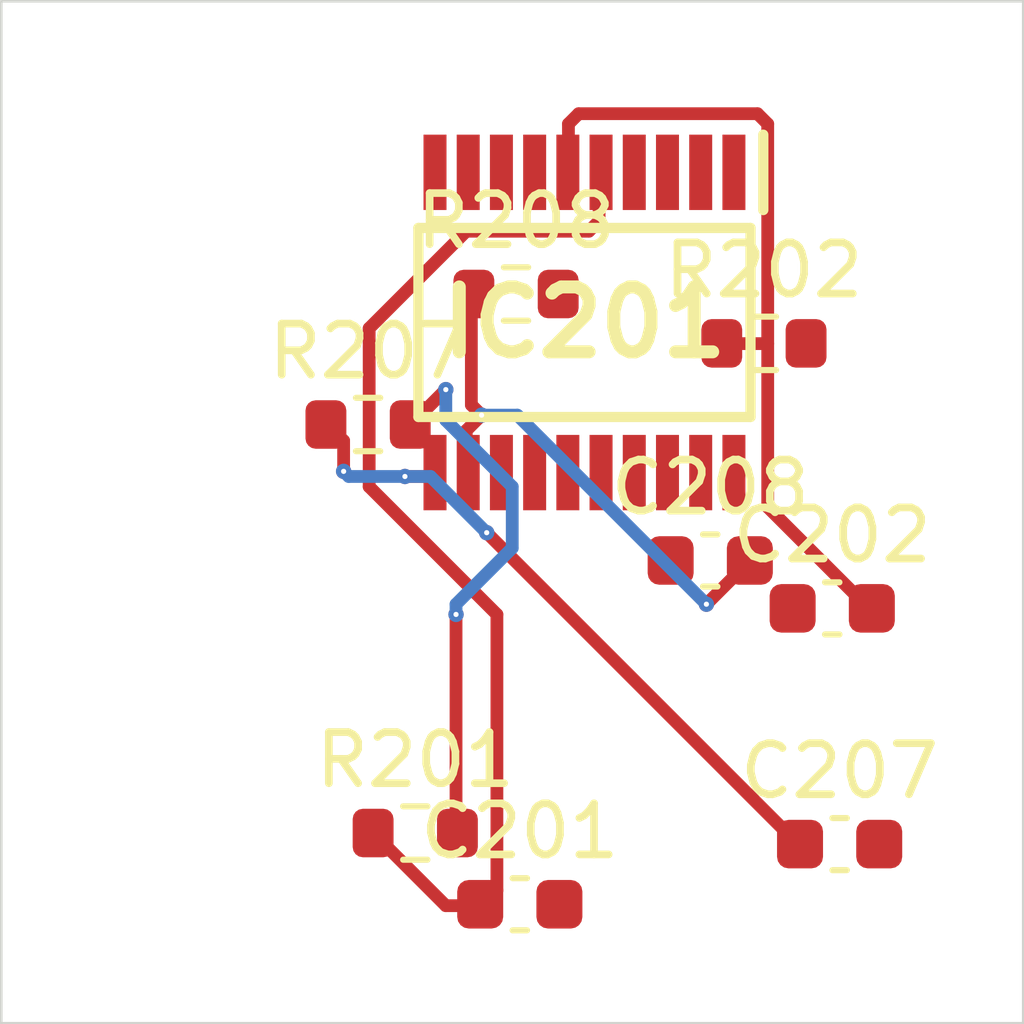
<source format=kicad_pcb>
 ( kicad_pcb  ( version 20171130 )
 ( host pcbnew 5.1.12-84ad8e8a86~92~ubuntu18.04.1 )
 ( general  ( thickness 1.6 )
 ( drawings 4 )
 ( tracks 0 )
 ( zones 0 )
 ( modules 9 )
 ( nets 19 )
)
 ( page A4 )
 ( layers  ( 0 F.Cu signal )
 ( 31 B.Cu signal )
 ( 32 B.Adhes user )
 ( 33 F.Adhes user )
 ( 34 B.Paste user )
 ( 35 F.Paste user )
 ( 36 B.SilkS user )
 ( 37 F.SilkS user )
 ( 38 B.Mask user )
 ( 39 F.Mask user )
 ( 40 Dwgs.User user )
 ( 41 Cmts.User user )
 ( 42 Eco1.User user )
 ( 43 Eco2.User user )
 ( 44 Edge.Cuts user )
 ( 45 Margin user )
 ( 46 B.CrtYd user )
 ( 47 F.CrtYd user )
 ( 48 B.Fab user )
 ( 49 F.Fab user )
)
 ( setup  ( last_trace_width 0.25 )
 ( trace_clearance 0.2 )
 ( zone_clearance 0.508 )
 ( zone_45_only no )
 ( trace_min 0.2 )
 ( via_size 0.8 )
 ( via_drill 0.4 )
 ( via_min_size 0.4 )
 ( via_min_drill 0.3 )
 ( uvia_size 0.3 )
 ( uvia_drill 0.1 )
 ( uvias_allowed no )
 ( uvia_min_size 0.2 )
 ( uvia_min_drill 0.1 )
 ( edge_width 0.05 )
 ( segment_width 0.2 )
 ( pcb_text_width 0.3 )
 ( pcb_text_size 1.5 1.5 )
 ( mod_edge_width 0.12 )
 ( mod_text_size 1 1 )
 ( mod_text_width 0.15 )
 ( pad_size 1.524 1.524 )
 ( pad_drill 0.762 )
 ( pad_to_mask_clearance 0 )
 ( aux_axis_origin 0 0 )
 ( visible_elements FFFFFF7F )
 ( pcbplotparams  ( layerselection 0x010fc_ffffffff )
 ( usegerberextensions false )
 ( usegerberattributes true )
 ( usegerberadvancedattributes true )
 ( creategerberjobfile true )
 ( excludeedgelayer true )
 ( linewidth 0.100000 )
 ( plotframeref false )
 ( viasonmask false )
 ( mode 1 )
 ( useauxorigin false )
 ( hpglpennumber 1 )
 ( hpglpenspeed 20 )
 ( hpglpendiameter 15.000000 )
 ( psnegative false )
 ( psa4output false )
 ( plotreference true )
 ( plotvalue true )
 ( plotinvisibletext false )
 ( padsonsilk false )
 ( subtractmaskfromsilk false )
 ( outputformat 1 )
 ( mirror false )
 ( drillshape 1 )
 ( scaleselection 1 )
 ( outputdirectory "" )
)
)
 ( net 0 "" )
 ( net 1 GND )
 ( net 2 /Sheet6235D886/ch0 )
 ( net 3 /Sheet6235D886/ch1 )
 ( net 4 /Sheet6235D886/ch2 )
 ( net 5 /Sheet6235D886/ch3 )
 ( net 6 /Sheet6235D886/ch4 )
 ( net 7 /Sheet6235D886/ch5 )
 ( net 8 /Sheet6235D886/ch6 )
 ( net 9 /Sheet6235D886/ch7 )
 ( net 10 VDD )
 ( net 11 VDDA )
 ( net 12 /Sheet6235D886/adc_csn )
 ( net 13 /Sheet6235D886/adc_sck )
 ( net 14 /Sheet6235D886/adc_sdi )
 ( net 15 /Sheet6235D886/adc_sdo )
 ( net 16 /Sheet6235D886/vp )
 ( net 17 /Sheet6248AD22/chn0 )
 ( net 18 /Sheet6248AD22/chn3 )
 ( net_class Default "This is the default net class."  ( clearance 0.2 )
 ( trace_width 0.25 )
 ( via_dia 0.8 )
 ( via_drill 0.4 )
 ( uvia_dia 0.3 )
 ( uvia_drill 0.1 )
 ( add_net /Sheet6235D886/adc_csn )
 ( add_net /Sheet6235D886/adc_sck )
 ( add_net /Sheet6235D886/adc_sdi )
 ( add_net /Sheet6235D886/adc_sdo )
 ( add_net /Sheet6235D886/ch0 )
 ( add_net /Sheet6235D886/ch1 )
 ( add_net /Sheet6235D886/ch2 )
 ( add_net /Sheet6235D886/ch3 )
 ( add_net /Sheet6235D886/ch4 )
 ( add_net /Sheet6235D886/ch5 )
 ( add_net /Sheet6235D886/ch6 )
 ( add_net /Sheet6235D886/ch7 )
 ( add_net /Sheet6235D886/vp )
 ( add_net /Sheet6248AD22/chn0 )
 ( add_net /Sheet6248AD22/chn3 )
 ( add_net GND )
 ( add_net VDD )
 ( add_net VDDA )
)
 ( module Capacitor_SMD:C_0603_1608Metric  ( layer F.Cu )
 ( tedit 5F68FEEE )
 ( tstamp 6234222D )
 ( at 90.148000 117.672000 )
 ( descr "Capacitor SMD 0603 (1608 Metric), square (rectangular) end terminal, IPC_7351 nominal, (Body size source: IPC-SM-782 page 76, https://www.pcb-3d.com/wordpress/wp-content/uploads/ipc-sm-782a_amendment_1_and_2.pdf), generated with kicad-footprint-generator" )
 ( tags capacitor )
 ( path /6235D887/623691C5 )
 ( attr smd )
 ( fp_text reference C201  ( at 0 -1.43 )
 ( layer F.SilkS )
 ( effects  ( font  ( size 1 1 )
 ( thickness 0.15 )
)
)
)
 ( fp_text value 0.1uF  ( at 0 1.43 )
 ( layer F.Fab )
 ( effects  ( font  ( size 1 1 )
 ( thickness 0.15 )
)
)
)
 ( fp_line  ( start -0.8 0.4 )
 ( end -0.8 -0.4 )
 ( layer F.Fab )
 ( width 0.1 )
)
 ( fp_line  ( start -0.8 -0.4 )
 ( end 0.8 -0.4 )
 ( layer F.Fab )
 ( width 0.1 )
)
 ( fp_line  ( start 0.8 -0.4 )
 ( end 0.8 0.4 )
 ( layer F.Fab )
 ( width 0.1 )
)
 ( fp_line  ( start 0.8 0.4 )
 ( end -0.8 0.4 )
 ( layer F.Fab )
 ( width 0.1 )
)
 ( fp_line  ( start -0.14058 -0.51 )
 ( end 0.14058 -0.51 )
 ( layer F.SilkS )
 ( width 0.12 )
)
 ( fp_line  ( start -0.14058 0.51 )
 ( end 0.14058 0.51 )
 ( layer F.SilkS )
 ( width 0.12 )
)
 ( fp_line  ( start -1.48 0.73 )
 ( end -1.48 -0.73 )
 ( layer F.CrtYd )
 ( width 0.05 )
)
 ( fp_line  ( start -1.48 -0.73 )
 ( end 1.48 -0.73 )
 ( layer F.CrtYd )
 ( width 0.05 )
)
 ( fp_line  ( start 1.48 -0.73 )
 ( end 1.48 0.73 )
 ( layer F.CrtYd )
 ( width 0.05 )
)
 ( fp_line  ( start 1.48 0.73 )
 ( end -1.48 0.73 )
 ( layer F.CrtYd )
 ( width 0.05 )
)
 ( fp_text user %R  ( at 0 0 )
 ( layer F.Fab )
 ( effects  ( font  ( size 0.4 0.4 )
 ( thickness 0.06 )
)
)
)
 ( pad 2 smd roundrect  ( at 0.775 0 )
 ( size 0.9 0.95 )
 ( layers F.Cu F.Mask F.Paste )
 ( roundrect_rratio 0.25 )
 ( net 1 GND )
)
 ( pad 1 smd roundrect  ( at -0.775 0 )
 ( size 0.9 0.95 )
 ( layers F.Cu F.Mask F.Paste )
 ( roundrect_rratio 0.25 )
 ( net 2 /Sheet6235D886/ch0 )
)
 ( model ${KISYS3DMOD}/Capacitor_SMD.3dshapes/C_0603_1608Metric.wrl  ( at  ( xyz 0 0 0 )
)
 ( scale  ( xyz 1 1 1 )
)
 ( rotate  ( xyz 0 0 0 )
)
)
)
 ( module Capacitor_SMD:C_0603_1608Metric  ( layer F.Cu )
 ( tedit 5F68FEEE )
 ( tstamp 6234223E )
 ( at 96.262600 111.881000 )
 ( descr "Capacitor SMD 0603 (1608 Metric), square (rectangular) end terminal, IPC_7351 nominal, (Body size source: IPC-SM-782 page 76, https://www.pcb-3d.com/wordpress/wp-content/uploads/ipc-sm-782a_amendment_1_and_2.pdf), generated with kicad-footprint-generator" )
 ( tags capacitor )
 ( path /6235D887/62369EE0 )
 ( attr smd )
 ( fp_text reference C202  ( at 0 -1.43 )
 ( layer F.SilkS )
 ( effects  ( font  ( size 1 1 )
 ( thickness 0.15 )
)
)
)
 ( fp_text value 0.1uF  ( at 0 1.43 )
 ( layer F.Fab )
 ( effects  ( font  ( size 1 1 )
 ( thickness 0.15 )
)
)
)
 ( fp_line  ( start 1.48 0.73 )
 ( end -1.48 0.73 )
 ( layer F.CrtYd )
 ( width 0.05 )
)
 ( fp_line  ( start 1.48 -0.73 )
 ( end 1.48 0.73 )
 ( layer F.CrtYd )
 ( width 0.05 )
)
 ( fp_line  ( start -1.48 -0.73 )
 ( end 1.48 -0.73 )
 ( layer F.CrtYd )
 ( width 0.05 )
)
 ( fp_line  ( start -1.48 0.73 )
 ( end -1.48 -0.73 )
 ( layer F.CrtYd )
 ( width 0.05 )
)
 ( fp_line  ( start -0.14058 0.51 )
 ( end 0.14058 0.51 )
 ( layer F.SilkS )
 ( width 0.12 )
)
 ( fp_line  ( start -0.14058 -0.51 )
 ( end 0.14058 -0.51 )
 ( layer F.SilkS )
 ( width 0.12 )
)
 ( fp_line  ( start 0.8 0.4 )
 ( end -0.8 0.4 )
 ( layer F.Fab )
 ( width 0.1 )
)
 ( fp_line  ( start 0.8 -0.4 )
 ( end 0.8 0.4 )
 ( layer F.Fab )
 ( width 0.1 )
)
 ( fp_line  ( start -0.8 -0.4 )
 ( end 0.8 -0.4 )
 ( layer F.Fab )
 ( width 0.1 )
)
 ( fp_line  ( start -0.8 0.4 )
 ( end -0.8 -0.4 )
 ( layer F.Fab )
 ( width 0.1 )
)
 ( fp_text user %R  ( at 0 0 )
 ( layer F.Fab )
 ( effects  ( font  ( size 0.4 0.4 )
 ( thickness 0.06 )
)
)
)
 ( pad 1 smd roundrect  ( at -0.775 0 )
 ( size 0.9 0.95 )
 ( layers F.Cu F.Mask F.Paste )
 ( roundrect_rratio 0.25 )
 ( net 1 GND )
)
 ( pad 2 smd roundrect  ( at 0.775 0 )
 ( size 0.9 0.95 )
 ( layers F.Cu F.Mask F.Paste )
 ( roundrect_rratio 0.25 )
 ( net 3 /Sheet6235D886/ch1 )
)
 ( model ${KISYS3DMOD}/Capacitor_SMD.3dshapes/C_0603_1608Metric.wrl  ( at  ( xyz 0 0 0 )
)
 ( scale  ( xyz 1 1 1 )
)
 ( rotate  ( xyz 0 0 0 )
)
)
)
 ( module Capacitor_SMD:C_0603_1608Metric  ( layer F.Cu )
 ( tedit 5F68FEEE )
 ( tstamp 62342293 )
 ( at 96.407200 116.495000 )
 ( descr "Capacitor SMD 0603 (1608 Metric), square (rectangular) end terminal, IPC_7351 nominal, (Body size source: IPC-SM-782 page 76, https://www.pcb-3d.com/wordpress/wp-content/uploads/ipc-sm-782a_amendment_1_and_2.pdf), generated with kicad-footprint-generator" )
 ( tags capacitor )
 ( path /6235D887/6238B3FE )
 ( attr smd )
 ( fp_text reference C207  ( at 0 -1.43 )
 ( layer F.SilkS )
 ( effects  ( font  ( size 1 1 )
 ( thickness 0.15 )
)
)
)
 ( fp_text value 0.1uF  ( at 0 1.43 )
 ( layer F.Fab )
 ( effects  ( font  ( size 1 1 )
 ( thickness 0.15 )
)
)
)
 ( fp_line  ( start -0.8 0.4 )
 ( end -0.8 -0.4 )
 ( layer F.Fab )
 ( width 0.1 )
)
 ( fp_line  ( start -0.8 -0.4 )
 ( end 0.8 -0.4 )
 ( layer F.Fab )
 ( width 0.1 )
)
 ( fp_line  ( start 0.8 -0.4 )
 ( end 0.8 0.4 )
 ( layer F.Fab )
 ( width 0.1 )
)
 ( fp_line  ( start 0.8 0.4 )
 ( end -0.8 0.4 )
 ( layer F.Fab )
 ( width 0.1 )
)
 ( fp_line  ( start -0.14058 -0.51 )
 ( end 0.14058 -0.51 )
 ( layer F.SilkS )
 ( width 0.12 )
)
 ( fp_line  ( start -0.14058 0.51 )
 ( end 0.14058 0.51 )
 ( layer F.SilkS )
 ( width 0.12 )
)
 ( fp_line  ( start -1.48 0.73 )
 ( end -1.48 -0.73 )
 ( layer F.CrtYd )
 ( width 0.05 )
)
 ( fp_line  ( start -1.48 -0.73 )
 ( end 1.48 -0.73 )
 ( layer F.CrtYd )
 ( width 0.05 )
)
 ( fp_line  ( start 1.48 -0.73 )
 ( end 1.48 0.73 )
 ( layer F.CrtYd )
 ( width 0.05 )
)
 ( fp_line  ( start 1.48 0.73 )
 ( end -1.48 0.73 )
 ( layer F.CrtYd )
 ( width 0.05 )
)
 ( fp_text user %R  ( at 0 0 )
 ( layer F.Fab )
 ( effects  ( font  ( size 0.4 0.4 )
 ( thickness 0.06 )
)
)
)
 ( pad 2 smd roundrect  ( at 0.775 0 )
 ( size 0.9 0.95 )
 ( layers F.Cu F.Mask F.Paste )
 ( roundrect_rratio 0.25 )
 ( net 1 GND )
)
 ( pad 1 smd roundrect  ( at -0.775 0 )
 ( size 0.9 0.95 )
 ( layers F.Cu F.Mask F.Paste )
 ( roundrect_rratio 0.25 )
 ( net 8 /Sheet6235D886/ch6 )
)
 ( model ${KISYS3DMOD}/Capacitor_SMD.3dshapes/C_0603_1608Metric.wrl  ( at  ( xyz 0 0 0 )
)
 ( scale  ( xyz 1 1 1 )
)
 ( rotate  ( xyz 0 0 0 )
)
)
)
 ( module Capacitor_SMD:C_0603_1608Metric  ( layer F.Cu )
 ( tedit 5F68FEEE )
 ( tstamp 623422A4 )
 ( at 93.875200 110.944000 )
 ( descr "Capacitor SMD 0603 (1608 Metric), square (rectangular) end terminal, IPC_7351 nominal, (Body size source: IPC-SM-782 page 76, https://www.pcb-3d.com/wordpress/wp-content/uploads/ipc-sm-782a_amendment_1_and_2.pdf), generated with kicad-footprint-generator" )
 ( tags capacitor )
 ( path /6235D887/6238B404 )
 ( attr smd )
 ( fp_text reference C208  ( at 0 -1.43 )
 ( layer F.SilkS )
 ( effects  ( font  ( size 1 1 )
 ( thickness 0.15 )
)
)
)
 ( fp_text value 0.1uF  ( at 0 1.43 )
 ( layer F.Fab )
 ( effects  ( font  ( size 1 1 )
 ( thickness 0.15 )
)
)
)
 ( fp_line  ( start 1.48 0.73 )
 ( end -1.48 0.73 )
 ( layer F.CrtYd )
 ( width 0.05 )
)
 ( fp_line  ( start 1.48 -0.73 )
 ( end 1.48 0.73 )
 ( layer F.CrtYd )
 ( width 0.05 )
)
 ( fp_line  ( start -1.48 -0.73 )
 ( end 1.48 -0.73 )
 ( layer F.CrtYd )
 ( width 0.05 )
)
 ( fp_line  ( start -1.48 0.73 )
 ( end -1.48 -0.73 )
 ( layer F.CrtYd )
 ( width 0.05 )
)
 ( fp_line  ( start -0.14058 0.51 )
 ( end 0.14058 0.51 )
 ( layer F.SilkS )
 ( width 0.12 )
)
 ( fp_line  ( start -0.14058 -0.51 )
 ( end 0.14058 -0.51 )
 ( layer F.SilkS )
 ( width 0.12 )
)
 ( fp_line  ( start 0.8 0.4 )
 ( end -0.8 0.4 )
 ( layer F.Fab )
 ( width 0.1 )
)
 ( fp_line  ( start 0.8 -0.4 )
 ( end 0.8 0.4 )
 ( layer F.Fab )
 ( width 0.1 )
)
 ( fp_line  ( start -0.8 -0.4 )
 ( end 0.8 -0.4 )
 ( layer F.Fab )
 ( width 0.1 )
)
 ( fp_line  ( start -0.8 0.4 )
 ( end -0.8 -0.4 )
 ( layer F.Fab )
 ( width 0.1 )
)
 ( fp_text user %R  ( at 0 0 )
 ( layer F.Fab )
 ( effects  ( font  ( size 0.4 0.4 )
 ( thickness 0.06 )
)
)
)
 ( pad 1 smd roundrect  ( at -0.775 0 )
 ( size 0.9 0.95 )
 ( layers F.Cu F.Mask F.Paste )
 ( roundrect_rratio 0.25 )
 ( net 1 GND )
)
 ( pad 2 smd roundrect  ( at 0.775 0 )
 ( size 0.9 0.95 )
 ( layers F.Cu F.Mask F.Paste )
 ( roundrect_rratio 0.25 )
 ( net 9 /Sheet6235D886/ch7 )
)
 ( model ${KISYS3DMOD}/Capacitor_SMD.3dshapes/C_0603_1608Metric.wrl  ( at  ( xyz 0 0 0 )
)
 ( scale  ( xyz 1 1 1 )
)
 ( rotate  ( xyz 0 0 0 )
)
)
)
 ( module MCP3564R-E_ST:SOP65P640X120-20N locked  ( layer F.Cu )
 ( tedit 623351C2 )
 ( tstamp 623423D6 )
 ( at 91.413300 106.286000 270.000000 )
 ( descr "20-Lead Plastic Thin Shrink Small Outline (ST) - 4.4mm body [TSSOP]" )
 ( tags "Integrated Circuit" )
 ( path /6235D887/6235E071 )
 ( attr smd )
 ( fp_text reference IC201  ( at 0 0 )
 ( layer F.SilkS )
 ( effects  ( font  ( size 1.27 1.27 )
 ( thickness 0.254 )
)
)
)
 ( fp_text value MCP3564R-E_ST  ( at 0 0 )
 ( layer F.SilkS )
hide  ( effects  ( font  ( size 1.27 1.27 )
 ( thickness 0.254 )
)
)
)
 ( fp_line  ( start -3.925 -3.55 )
 ( end 3.925 -3.55 )
 ( layer Dwgs.User )
 ( width 0.05 )
)
 ( fp_line  ( start 3.925 -3.55 )
 ( end 3.925 3.55 )
 ( layer Dwgs.User )
 ( width 0.05 )
)
 ( fp_line  ( start 3.925 3.55 )
 ( end -3.925 3.55 )
 ( layer Dwgs.User )
 ( width 0.05 )
)
 ( fp_line  ( start -3.925 3.55 )
 ( end -3.925 -3.55 )
 ( layer Dwgs.User )
 ( width 0.05 )
)
 ( fp_line  ( start -2.2 -3.25 )
 ( end 2.2 -3.25 )
 ( layer Dwgs.User )
 ( width 0.1 )
)
 ( fp_line  ( start 2.2 -3.25 )
 ( end 2.2 3.25 )
 ( layer Dwgs.User )
 ( width 0.1 )
)
 ( fp_line  ( start 2.2 3.25 )
 ( end -2.2 3.25 )
 ( layer Dwgs.User )
 ( width 0.1 )
)
 ( fp_line  ( start -2.2 3.25 )
 ( end -2.2 -3.25 )
 ( layer Dwgs.User )
 ( width 0.1 )
)
 ( fp_line  ( start -2.2 -2.6 )
 ( end -1.55 -3.25 )
 ( layer Dwgs.User )
 ( width 0.1 )
)
 ( fp_line  ( start -1.85 -3.25 )
 ( end 1.85 -3.25 )
 ( layer F.SilkS )
 ( width 0.2 )
)
 ( fp_line  ( start 1.85 -3.25 )
 ( end 1.85 3.25 )
 ( layer F.SilkS )
 ( width 0.2 )
)
 ( fp_line  ( start 1.85 3.25 )
 ( end -1.85 3.25 )
 ( layer F.SilkS )
 ( width 0.2 )
)
 ( fp_line  ( start -1.85 3.25 )
 ( end -1.85 -3.25 )
 ( layer F.SilkS )
 ( width 0.2 )
)
 ( fp_line  ( start -3.675 -3.5 )
 ( end -2.2 -3.5 )
 ( layer F.SilkS )
 ( width 0.2 )
)
 ( pad 1 smd rect  ( at -2.938 -2.925 )
 ( size 0.45 1.475 )
 ( layers F.Cu F.Mask F.Paste )
 ( net 11 VDDA )
)
 ( pad 2 smd rect  ( at -2.938 -2.275 )
 ( size 0.45 1.475 )
 ( layers F.Cu F.Mask F.Paste )
 ( net 1 GND )
)
 ( pad 3 smd rect  ( at -2.938 -1.625 )
 ( size 0.45 1.475 )
 ( layers F.Cu F.Mask F.Paste )
 ( net 1 GND )
)
 ( pad 4 smd rect  ( at -2.938 -0.975 )
 ( size 0.45 1.475 )
 ( layers F.Cu F.Mask F.Paste )
)
 ( pad 5 smd rect  ( at -2.938 -0.325 )
 ( size 0.45 1.475 )
 ( layers F.Cu F.Mask F.Paste )
 ( net 2 /Sheet6235D886/ch0 )
)
 ( pad 6 smd rect  ( at -2.938 0.325 )
 ( size 0.45 1.475 )
 ( layers F.Cu F.Mask F.Paste )
 ( net 3 /Sheet6235D886/ch1 )
)
 ( pad 7 smd rect  ( at -2.938 0.975 )
 ( size 0.45 1.475 )
 ( layers F.Cu F.Mask F.Paste )
 ( net 4 /Sheet6235D886/ch2 )
)
 ( pad 8 smd rect  ( at -2.938 1.625 )
 ( size 0.45 1.475 )
 ( layers F.Cu F.Mask F.Paste )
 ( net 5 /Sheet6235D886/ch3 )
)
 ( pad 9 smd rect  ( at -2.938 2.275 )
 ( size 0.45 1.475 )
 ( layers F.Cu F.Mask F.Paste )
 ( net 6 /Sheet6235D886/ch4 )
)
 ( pad 10 smd rect  ( at -2.938 2.925 )
 ( size 0.45 1.475 )
 ( layers F.Cu F.Mask F.Paste )
 ( net 7 /Sheet6235D886/ch5 )
)
 ( pad 11 smd rect  ( at 2.938 2.925 )
 ( size 0.45 1.475 )
 ( layers F.Cu F.Mask F.Paste )
 ( net 8 /Sheet6235D886/ch6 )
)
 ( pad 12 smd rect  ( at 2.938 2.275 )
 ( size 0.45 1.475 )
 ( layers F.Cu F.Mask F.Paste )
 ( net 9 /Sheet6235D886/ch7 )
)
 ( pad 13 smd rect  ( at 2.938 1.625 )
 ( size 0.45 1.475 )
 ( layers F.Cu F.Mask F.Paste )
 ( net 12 /Sheet6235D886/adc_csn )
)
 ( pad 14 smd rect  ( at 2.938 0.975 )
 ( size 0.45 1.475 )
 ( layers F.Cu F.Mask F.Paste )
 ( net 13 /Sheet6235D886/adc_sck )
)
 ( pad 15 smd rect  ( at 2.938 0.325 )
 ( size 0.45 1.475 )
 ( layers F.Cu F.Mask F.Paste )
 ( net 14 /Sheet6235D886/adc_sdi )
)
 ( pad 16 smd rect  ( at 2.938 -0.325 )
 ( size 0.45 1.475 )
 ( layers F.Cu F.Mask F.Paste )
 ( net 15 /Sheet6235D886/adc_sdo )
)
 ( pad 17 smd rect  ( at 2.938 -0.975 )
 ( size 0.45 1.475 )
 ( layers F.Cu F.Mask F.Paste )
)
 ( pad 18 smd rect  ( at 2.938 -1.625 )
 ( size 0.45 1.475 )
 ( layers F.Cu F.Mask F.Paste )
)
 ( pad 19 smd rect  ( at 2.938 -2.275 )
 ( size 0.45 1.475 )
 ( layers F.Cu F.Mask F.Paste )
 ( net 1 GND )
)
 ( pad 20 smd rect  ( at 2.938 -2.925 )
 ( size 0.45 1.475 )
 ( layers F.Cu F.Mask F.Paste )
 ( net 10 VDD )
)
)
 ( module Resistor_SMD:R_0603_1608Metric  ( layer F.Cu )
 ( tedit 5F68FEEE )
 ( tstamp 6234250D )
 ( at 88.102100 116.278000 )
 ( descr "Resistor SMD 0603 (1608 Metric), square (rectangular) end terminal, IPC_7351 nominal, (Body size source: IPC-SM-782 page 72, https://www.pcb-3d.com/wordpress/wp-content/uploads/ipc-sm-782a_amendment_1_and_2.pdf), generated with kicad-footprint-generator" )
 ( tags resistor )
 ( path /6235D887/623641B7 )
 ( attr smd )
 ( fp_text reference R201  ( at 0 -1.43 )
 ( layer F.SilkS )
 ( effects  ( font  ( size 1 1 )
 ( thickness 0.15 )
)
)
)
 ( fp_text value 1k  ( at 0 1.43 )
 ( layer F.Fab )
 ( effects  ( font  ( size 1 1 )
 ( thickness 0.15 )
)
)
)
 ( fp_line  ( start -0.8 0.4125 )
 ( end -0.8 -0.4125 )
 ( layer F.Fab )
 ( width 0.1 )
)
 ( fp_line  ( start -0.8 -0.4125 )
 ( end 0.8 -0.4125 )
 ( layer F.Fab )
 ( width 0.1 )
)
 ( fp_line  ( start 0.8 -0.4125 )
 ( end 0.8 0.4125 )
 ( layer F.Fab )
 ( width 0.1 )
)
 ( fp_line  ( start 0.8 0.4125 )
 ( end -0.8 0.4125 )
 ( layer F.Fab )
 ( width 0.1 )
)
 ( fp_line  ( start -0.237258 -0.5225 )
 ( end 0.237258 -0.5225 )
 ( layer F.SilkS )
 ( width 0.12 )
)
 ( fp_line  ( start -0.237258 0.5225 )
 ( end 0.237258 0.5225 )
 ( layer F.SilkS )
 ( width 0.12 )
)
 ( fp_line  ( start -1.48 0.73 )
 ( end -1.48 -0.73 )
 ( layer F.CrtYd )
 ( width 0.05 )
)
 ( fp_line  ( start -1.48 -0.73 )
 ( end 1.48 -0.73 )
 ( layer F.CrtYd )
 ( width 0.05 )
)
 ( fp_line  ( start 1.48 -0.73 )
 ( end 1.48 0.73 )
 ( layer F.CrtYd )
 ( width 0.05 )
)
 ( fp_line  ( start 1.48 0.73 )
 ( end -1.48 0.73 )
 ( layer F.CrtYd )
 ( width 0.05 )
)
 ( fp_text user %R  ( at 0 0 )
 ( layer F.Fab )
 ( effects  ( font  ( size 0.4 0.4 )
 ( thickness 0.06 )
)
)
)
 ( pad 2 smd roundrect  ( at 0.825 0 )
 ( size 0.8 0.95 )
 ( layers F.Cu F.Mask F.Paste )
 ( roundrect_rratio 0.25 )
 ( net 16 /Sheet6235D886/vp )
)
 ( pad 1 smd roundrect  ( at -0.825 0 )
 ( size 0.8 0.95 )
 ( layers F.Cu F.Mask F.Paste )
 ( roundrect_rratio 0.25 )
 ( net 2 /Sheet6235D886/ch0 )
)
 ( model ${KISYS3DMOD}/Resistor_SMD.3dshapes/R_0603_1608Metric.wrl  ( at  ( xyz 0 0 0 )
)
 ( scale  ( xyz 1 1 1 )
)
 ( rotate  ( xyz 0 0 0 )
)
)
)
 ( module Resistor_SMD:R_0603_1608Metric  ( layer F.Cu )
 ( tedit 5F68FEEE )
 ( tstamp 6234251E )
 ( at 94.925500 106.695000 )
 ( descr "Resistor SMD 0603 (1608 Metric), square (rectangular) end terminal, IPC_7351 nominal, (Body size source: IPC-SM-782 page 72, https://www.pcb-3d.com/wordpress/wp-content/uploads/ipc-sm-782a_amendment_1_and_2.pdf), generated with kicad-footprint-generator" )
 ( tags resistor )
 ( path /6235D887/6236A646 )
 ( attr smd )
 ( fp_text reference R202  ( at 0 -1.43 )
 ( layer F.SilkS )
 ( effects  ( font  ( size 1 1 )
 ( thickness 0.15 )
)
)
)
 ( fp_text value 1k  ( at 0 1.43 )
 ( layer F.Fab )
 ( effects  ( font  ( size 1 1 )
 ( thickness 0.15 )
)
)
)
 ( fp_line  ( start 1.48 0.73 )
 ( end -1.48 0.73 )
 ( layer F.CrtYd )
 ( width 0.05 )
)
 ( fp_line  ( start 1.48 -0.73 )
 ( end 1.48 0.73 )
 ( layer F.CrtYd )
 ( width 0.05 )
)
 ( fp_line  ( start -1.48 -0.73 )
 ( end 1.48 -0.73 )
 ( layer F.CrtYd )
 ( width 0.05 )
)
 ( fp_line  ( start -1.48 0.73 )
 ( end -1.48 -0.73 )
 ( layer F.CrtYd )
 ( width 0.05 )
)
 ( fp_line  ( start -0.237258 0.5225 )
 ( end 0.237258 0.5225 )
 ( layer F.SilkS )
 ( width 0.12 )
)
 ( fp_line  ( start -0.237258 -0.5225 )
 ( end 0.237258 -0.5225 )
 ( layer F.SilkS )
 ( width 0.12 )
)
 ( fp_line  ( start 0.8 0.4125 )
 ( end -0.8 0.4125 )
 ( layer F.Fab )
 ( width 0.1 )
)
 ( fp_line  ( start 0.8 -0.4125 )
 ( end 0.8 0.4125 )
 ( layer F.Fab )
 ( width 0.1 )
)
 ( fp_line  ( start -0.8 -0.4125 )
 ( end 0.8 -0.4125 )
 ( layer F.Fab )
 ( width 0.1 )
)
 ( fp_line  ( start -0.8 0.4125 )
 ( end -0.8 -0.4125 )
 ( layer F.Fab )
 ( width 0.1 )
)
 ( fp_text user %R  ( at 0 0 )
 ( layer F.Fab )
 ( effects  ( font  ( size 0.4 0.4 )
 ( thickness 0.06 )
)
)
)
 ( pad 1 smd roundrect  ( at -0.825 0 )
 ( size 0.8 0.95 )
 ( layers F.Cu F.Mask F.Paste )
 ( roundrect_rratio 0.25 )
 ( net 3 /Sheet6235D886/ch1 )
)
 ( pad 2 smd roundrect  ( at 0.825 0 )
 ( size 0.8 0.95 )
 ( layers F.Cu F.Mask F.Paste )
 ( roundrect_rratio 0.25 )
 ( net 17 /Sheet6248AD22/chn0 )
)
 ( model ${KISYS3DMOD}/Resistor_SMD.3dshapes/R_0603_1608Metric.wrl  ( at  ( xyz 0 0 0 )
)
 ( scale  ( xyz 1 1 1 )
)
 ( rotate  ( xyz 0 0 0 )
)
)
)
 ( module Resistor_SMD:R_0603_1608Metric  ( layer F.Cu )
 ( tedit 5F68FEEE )
 ( tstamp 62342573 )
 ( at 87.178600 108.283000 )
 ( descr "Resistor SMD 0603 (1608 Metric), square (rectangular) end terminal, IPC_7351 nominal, (Body size source: IPC-SM-782 page 72, https://www.pcb-3d.com/wordpress/wp-content/uploads/ipc-sm-782a_amendment_1_and_2.pdf), generated with kicad-footprint-generator" )
 ( tags resistor )
 ( path /6235D887/6238B3F8 )
 ( attr smd )
 ( fp_text reference R207  ( at 0 -1.43 )
 ( layer F.SilkS )
 ( effects  ( font  ( size 1 1 )
 ( thickness 0.15 )
)
)
)
 ( fp_text value 1k  ( at 0 1.43 )
 ( layer F.Fab )
 ( effects  ( font  ( size 1 1 )
 ( thickness 0.15 )
)
)
)
 ( fp_line  ( start -0.8 0.4125 )
 ( end -0.8 -0.4125 )
 ( layer F.Fab )
 ( width 0.1 )
)
 ( fp_line  ( start -0.8 -0.4125 )
 ( end 0.8 -0.4125 )
 ( layer F.Fab )
 ( width 0.1 )
)
 ( fp_line  ( start 0.8 -0.4125 )
 ( end 0.8 0.4125 )
 ( layer F.Fab )
 ( width 0.1 )
)
 ( fp_line  ( start 0.8 0.4125 )
 ( end -0.8 0.4125 )
 ( layer F.Fab )
 ( width 0.1 )
)
 ( fp_line  ( start -0.237258 -0.5225 )
 ( end 0.237258 -0.5225 )
 ( layer F.SilkS )
 ( width 0.12 )
)
 ( fp_line  ( start -0.237258 0.5225 )
 ( end 0.237258 0.5225 )
 ( layer F.SilkS )
 ( width 0.12 )
)
 ( fp_line  ( start -1.48 0.73 )
 ( end -1.48 -0.73 )
 ( layer F.CrtYd )
 ( width 0.05 )
)
 ( fp_line  ( start -1.48 -0.73 )
 ( end 1.48 -0.73 )
 ( layer F.CrtYd )
 ( width 0.05 )
)
 ( fp_line  ( start 1.48 -0.73 )
 ( end 1.48 0.73 )
 ( layer F.CrtYd )
 ( width 0.05 )
)
 ( fp_line  ( start 1.48 0.73 )
 ( end -1.48 0.73 )
 ( layer F.CrtYd )
 ( width 0.05 )
)
 ( fp_text user %R  ( at 0 0 )
 ( layer F.Fab )
 ( effects  ( font  ( size 0.4 0.4 )
 ( thickness 0.06 )
)
)
)
 ( pad 2 smd roundrect  ( at 0.825 0 )
 ( size 0.8 0.95 )
 ( layers F.Cu F.Mask F.Paste )
 ( roundrect_rratio 0.25 )
 ( net 16 /Sheet6235D886/vp )
)
 ( pad 1 smd roundrect  ( at -0.825 0 )
 ( size 0.8 0.95 )
 ( layers F.Cu F.Mask F.Paste )
 ( roundrect_rratio 0.25 )
 ( net 8 /Sheet6235D886/ch6 )
)
 ( model ${KISYS3DMOD}/Resistor_SMD.3dshapes/R_0603_1608Metric.wrl  ( at  ( xyz 0 0 0 )
)
 ( scale  ( xyz 1 1 1 )
)
 ( rotate  ( xyz 0 0 0 )
)
)
)
 ( module Resistor_SMD:R_0603_1608Metric  ( layer F.Cu )
 ( tedit 5F68FEEE )
 ( tstamp 62342584 )
 ( at 90.074100 105.729000 )
 ( descr "Resistor SMD 0603 (1608 Metric), square (rectangular) end terminal, IPC_7351 nominal, (Body size source: IPC-SM-782 page 72, https://www.pcb-3d.com/wordpress/wp-content/uploads/ipc-sm-782a_amendment_1_and_2.pdf), generated with kicad-footprint-generator" )
 ( tags resistor )
 ( path /6235D887/6238B40A )
 ( attr smd )
 ( fp_text reference R208  ( at 0 -1.43 )
 ( layer F.SilkS )
 ( effects  ( font  ( size 1 1 )
 ( thickness 0.15 )
)
)
)
 ( fp_text value 1k  ( at 0 1.43 )
 ( layer F.Fab )
 ( effects  ( font  ( size 1 1 )
 ( thickness 0.15 )
)
)
)
 ( fp_line  ( start 1.48 0.73 )
 ( end -1.48 0.73 )
 ( layer F.CrtYd )
 ( width 0.05 )
)
 ( fp_line  ( start 1.48 -0.73 )
 ( end 1.48 0.73 )
 ( layer F.CrtYd )
 ( width 0.05 )
)
 ( fp_line  ( start -1.48 -0.73 )
 ( end 1.48 -0.73 )
 ( layer F.CrtYd )
 ( width 0.05 )
)
 ( fp_line  ( start -1.48 0.73 )
 ( end -1.48 -0.73 )
 ( layer F.CrtYd )
 ( width 0.05 )
)
 ( fp_line  ( start -0.237258 0.5225 )
 ( end 0.237258 0.5225 )
 ( layer F.SilkS )
 ( width 0.12 )
)
 ( fp_line  ( start -0.237258 -0.5225 )
 ( end 0.237258 -0.5225 )
 ( layer F.SilkS )
 ( width 0.12 )
)
 ( fp_line  ( start 0.8 0.4125 )
 ( end -0.8 0.4125 )
 ( layer F.Fab )
 ( width 0.1 )
)
 ( fp_line  ( start 0.8 -0.4125 )
 ( end 0.8 0.4125 )
 ( layer F.Fab )
 ( width 0.1 )
)
 ( fp_line  ( start -0.8 -0.4125 )
 ( end 0.8 -0.4125 )
 ( layer F.Fab )
 ( width 0.1 )
)
 ( fp_line  ( start -0.8 0.4125 )
 ( end -0.8 -0.4125 )
 ( layer F.Fab )
 ( width 0.1 )
)
 ( fp_text user %R  ( at 0 0 )
 ( layer F.Fab )
 ( effects  ( font  ( size 0.4 0.4 )
 ( thickness 0.06 )
)
)
)
 ( pad 1 smd roundrect  ( at -0.825 0 )
 ( size 0.8 0.95 )
 ( layers F.Cu F.Mask F.Paste )
 ( roundrect_rratio 0.25 )
 ( net 9 /Sheet6235D886/ch7 )
)
 ( pad 2 smd roundrect  ( at 0.825 0 )
 ( size 0.8 0.95 )
 ( layers F.Cu F.Mask F.Paste )
 ( roundrect_rratio 0.25 )
 ( net 18 /Sheet6248AD22/chn3 )
)
 ( model ${KISYS3DMOD}/Resistor_SMD.3dshapes/R_0603_1608Metric.wrl  ( at  ( xyz 0 0 0 )
)
 ( scale  ( xyz 1 1 1 )
)
 ( rotate  ( xyz 0 0 0 )
)
)
)
 ( gr_line  ( start 100 100 )
 ( end 100 120 )
 ( layer Edge.Cuts )
 ( width 0.05 )
 ( tstamp 62E770C4 )
)
 ( gr_line  ( start 80 120 )
 ( end 100 120 )
 ( layer Edge.Cuts )
 ( width 0.05 )
 ( tstamp 62E770C0 )
)
 ( gr_line  ( start 80 100 )
 ( end 100 100 )
 ( layer Edge.Cuts )
 ( width 0.05 )
 ( tstamp 6234110C )
)
 ( gr_line  ( start 80 100 )
 ( end 80 120 )
 ( layer Edge.Cuts )
 ( width 0.05 )
)
 ( segment  ( start 91.700001 103.300002 )
 ( end 91.700001 104.300002 )
 ( width 0.250000 )
 ( layer F.Cu )
 ( net 2 )
)
 ( segment  ( start 91.700001 104.300002 )
 ( end 91.500001 104.500002 )
 ( width 0.250000 )
 ( layer F.Cu )
 ( net 2 )
)
 ( segment  ( start 91.500001 104.500002 )
 ( end 89.100001 104.500002 )
 ( width 0.250000 )
 ( layer F.Cu )
 ( net 2 )
)
 ( segment  ( start 89.100001 104.500002 )
 ( end 87.200001 106.400002 )
 ( width 0.250000 )
 ( layer F.Cu )
 ( net 2 )
)
 ( segment  ( start 87.200001 106.400002 )
 ( end 87.200001 109.500002 )
 ( width 0.250000 )
 ( layer F.Cu )
 ( net 2 )
)
 ( segment  ( start 87.200001 109.500002 )
 ( end 89.700001 112.000002 )
 ( width 0.250000 )
 ( layer F.Cu )
 ( net 2 )
)
 ( segment  ( start 89.700001 112.000002 )
 ( end 89.700001 117.400002 )
 ( width 0.250000 )
 ( layer F.Cu )
 ( net 2 )
)
 ( segment  ( start 89.700001 117.400002 )
 ( end 89.400001 117.700002 )
 ( width 0.250000 )
 ( layer F.Cu )
 ( net 2 )
)
 ( segment  ( start 87.300001 116.300002 )
 ( end 88.700001 117.700002 )
 ( width 0.250000 )
 ( layer F.Cu )
 ( net 2 )
)
 ( segment  ( start 88.700001 117.700002 )
 ( end 89.400001 117.700002 )
 ( width 0.250000 )
 ( layer F.Cu )
 ( net 2 )
)
 ( segment  ( start 91.100001 103.300002 )
 ( end 91.100001 102.400002 )
 ( width 0.250000 )
 ( layer F.Cu )
 ( net 3 )
)
 ( segment  ( start 91.100001 102.400002 )
 ( end 91.300001 102.200002 )
 ( width 0.250000 )
 ( layer F.Cu )
 ( net 3 )
)
 ( segment  ( start 91.300001 102.200002 )
 ( end 94.800001 102.200002 )
 ( width 0.250000 )
 ( layer F.Cu )
 ( net 3 )
)
 ( segment  ( start 94.800001 102.200002 )
 ( end 95.000001 102.400002 )
 ( width 0.250000 )
 ( layer F.Cu )
 ( net 3 )
)
 ( segment  ( start 95.000001 102.400002 )
 ( end 95.000001 109.900002 )
 ( width 0.250000 )
 ( layer F.Cu )
 ( net 3 )
)
 ( segment  ( start 95.000001 109.900002 )
 ( end 97.000001 111.900002 )
 ( width 0.250000 )
 ( layer F.Cu )
 ( net 3 )
)
 ( segment  ( start 94.100001 106.700002 )
 ( end 95.000001 106.700002 )
 ( width 0.250000 )
 ( layer F.Cu )
 ( net 3 )
)
 ( segment  ( start 88.500001 109.200002 )
 ( end 88.400001 109.300002 )
 ( width 0.250000 )
 ( layer F.Cu )
 ( net 8 )
)
 ( segment  ( start 88.400001 109.300002 )
 ( end 87.900001 109.300002 )
 ( width 0.250000 )
 ( layer F.Cu )
 ( net 8 )
)
 ( segment  ( start 87.900001 109.300002 )
 ( end 88.400001 109.300002 )
 ( width 0.250000 )
 ( layer B.Cu )
 ( net 8 )
)
 ( segment  ( start 88.400001 109.300002 )
 ( end 89.500001 110.400002 )
 ( width 0.250000 )
 ( layer B.Cu )
 ( net 8 )
)
 ( segment  ( start 89.500001 110.400002 )
 ( end 95.600001 116.500002 )
 ( width 0.250000 )
 ( layer F.Cu )
 ( net 8 )
)
 ( segment  ( start 86.400001 108.300002 )
 ( end 86.700001 108.600002 )
 ( width 0.250000 )
 ( layer F.Cu )
 ( net 8 )
)
 ( segment  ( start 86.700001 108.600002 )
 ( end 86.700001 109.200002 )
 ( width 0.250000 )
 ( layer F.Cu )
 ( net 8 )
)
 ( segment  ( start 86.700001 109.200002 )
 ( end 86.800001 109.300002 )
 ( width 0.250000 )
 ( layer B.Cu )
 ( net 8 )
)
 ( segment  ( start 86.800001 109.300002 )
 ( end 87.900001 109.300002 )
 ( width 0.250000 )
 ( layer B.Cu )
 ( net 8 )
)
 ( via micro  ( at 87.900001 109.300002 )
 ( size 0.300000 )
 ( drill 0.100000 )
 ( layers F.Cu B.Cu )
 ( net 8 )
)
 ( via micro  ( at 89.500001 110.400002 )
 ( size 0.300000 )
 ( drill 0.100000 )
 ( layers F.Cu B.Cu )
 ( net 8 )
)
 ( via micro  ( at 86.700001 109.200002 )
 ( size 0.300000 )
 ( drill 0.100000 )
 ( layers F.Cu B.Cu )
 ( net 8 )
)
 ( segment  ( start 89.100001 109.200002 )
 ( end 89.100001 108.400002 )
 ( width 0.250000 )
 ( layer F.Cu )
 ( net 9 )
)
 ( segment  ( start 89.100001 108.400002 )
 ( end 89.400001 108.100002 )
 ( width 0.250000 )
 ( layer F.Cu )
 ( net 9 )
)
 ( segment  ( start 89.400001 108.100002 )
 ( end 90.100001 108.100002 )
 ( width 0.250000 )
 ( layer B.Cu )
 ( net 9 )
)
 ( segment  ( start 90.100001 108.100002 )
 ( end 93.800001 111.800002 )
 ( width 0.250000 )
 ( layer B.Cu )
 ( net 9 )
)
 ( segment  ( start 93.800001 111.800002 )
 ( end 94.700001 110.900002 )
 ( width 0.250000 )
 ( layer F.Cu )
 ( net 9 )
)
 ( segment  ( start 89.200001 105.700002 )
 ( end 89.200001 107.900002 )
 ( width 0.250000 )
 ( layer F.Cu )
 ( net 9 )
)
 ( segment  ( start 89.200001 107.900002 )
 ( end 89.400001 108.100002 )
 ( width 0.250000 )
 ( layer F.Cu )
 ( net 9 )
)
 ( via micro  ( at 89.400001 108.100002 )
 ( size 0.300000 )
 ( drill 0.100000 )
 ( layers F.Cu B.Cu )
 ( net 9 )
)
 ( via micro  ( at 93.800001 111.800002 )
 ( size 0.300000 )
 ( drill 0.100000 )
 ( layers F.Cu B.Cu )
 ( net 9 )
)
 ( segment  ( start 88.000001 108.300002 )
 ( end 88.000001 108.200002 )
 ( width 0.250000 )
 ( layer F.Cu )
 ( net 16 )
)
 ( segment  ( start 88.000001 108.200002 )
 ( end 88.100001 108.100002 )
 ( width 0.250000 )
 ( layer F.Cu )
 ( net 16 )
)
 ( segment  ( start 88.100001 108.100002 )
 ( end 88.200001 108.100002 )
 ( width 0.250000 )
 ( layer F.Cu )
 ( net 16 )
)
 ( segment  ( start 88.200001 108.100002 )
 ( end 88.700001 107.600002 )
 ( width 0.250000 )
 ( layer F.Cu )
 ( net 16 )
)
 ( segment  ( start 88.700001 107.600002 )
 ( end 88.700001 108.200002 )
 ( width 0.250000 )
 ( layer B.Cu )
 ( net 16 )
)
 ( segment  ( start 88.700001 108.200002 )
 ( end 90.000001 109.500002 )
 ( width 0.250000 )
 ( layer B.Cu )
 ( net 16 )
)
 ( segment  ( start 90.000001 109.500002 )
 ( end 90.000001 110.700002 )
 ( width 0.250000 )
 ( layer B.Cu )
 ( net 16 )
)
 ( segment  ( start 90.000001 110.700002 )
 ( end 88.900001 111.800002 )
 ( width 0.250000 )
 ( layer B.Cu )
 ( net 16 )
)
 ( segment  ( start 88.900001 111.800002 )
 ( end 88.900001 112.000002 )
 ( width 0.250000 )
 ( layer B.Cu )
 ( net 16 )
)
 ( segment  ( start 88.900001 112.000002 )
 ( end 88.900001 116.300002 )
 ( width 0.250000 )
 ( layer F.Cu )
 ( net 16 )
)
 ( via micro  ( at 88.700001 107.600002 )
 ( size 0.300000 )
 ( drill 0.100000 )
 ( layers F.Cu B.Cu )
 ( net 16 )
)
 ( via micro  ( at 88.900001 112.000002 )
 ( size 0.300000 )
 ( drill 0.100000 )
 ( layers F.Cu B.Cu )
 ( net 16 )
)
)

</source>
